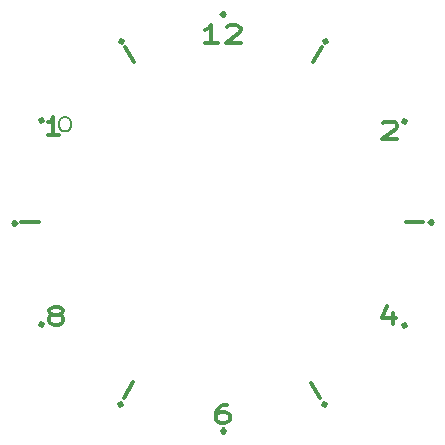
<source format=gbr>
%TF.GenerationSoftware,KiCad,Pcbnew,6.0.7-1.fc35*%
%TF.CreationDate,2022-11-04T20:07:34+01:00*%
%TF.ProjectId,Ring,52696e67-2e6b-4696-9361-645f70636258,rev?*%
%TF.SameCoordinates,Original*%
%TF.FileFunction,Soldermask,Top*%
%TF.FilePolarity,Negative*%
%FSLAX46Y46*%
G04 Gerber Fmt 4.6, Leading zero omitted, Abs format (unit mm)*
G04 Created by KiCad (PCBNEW 6.0.7-1.fc35) date 2022-11-04 20:07:34*
%MOMM*%
%LPD*%
G01*
G04 APERTURE LIST*
%ADD10C,0.250000*%
%ADD11C,0.300000*%
%ADD12C,0.200000*%
G04 APERTURE END LIST*
D10*
X168954128Y-95079400D02*
X168763652Y-95269876D01*
X168573176Y-95079400D01*
X168763652Y-94888923D01*
X168954128Y-95079400D01*
X168573176Y-95079400D01*
X166652820Y-103885714D02*
X166392625Y-103955433D01*
X166322906Y-103695238D01*
X166583101Y-103625518D01*
X166652820Y-103885714D01*
X166322906Y-103695238D01*
D11*
X150759047Y-79888571D02*
X149616190Y-79888571D01*
X150187619Y-79888571D02*
X150187619Y-78388571D01*
X149997142Y-78602857D01*
X149806666Y-78745714D01*
X149616190Y-78817142D01*
X151520952Y-78531428D02*
X151616190Y-78460000D01*
X151806666Y-78388571D01*
X152282857Y-78388571D01*
X152473333Y-78460000D01*
X152568571Y-78531428D01*
X152663809Y-78674285D01*
X152663809Y-78817142D01*
X152568571Y-79031428D01*
X151425714Y-79888571D01*
X152663809Y-79888571D01*
X166651428Y-95100000D02*
X168151428Y-95100000D01*
X164748571Y-86701428D02*
X164843809Y-86630000D01*
X165034285Y-86558571D01*
X165510476Y-86558571D01*
X165700952Y-86630000D01*
X165796190Y-86701428D01*
X165891428Y-86844285D01*
X165891428Y-86987142D01*
X165796190Y-87201428D01*
X164653333Y-88058571D01*
X165891428Y-88058571D01*
D10*
X159818914Y-110641720D02*
X159558718Y-110572001D01*
X159628438Y-110311806D01*
X159888633Y-110381525D01*
X159818914Y-110641720D01*
X159628438Y-110311806D01*
D11*
X135588571Y-95100000D02*
X134088571Y-95100000D01*
X137305714Y-87698571D02*
X136334285Y-87698571D01*
X136820000Y-87698571D02*
X136820000Y-86198571D01*
X136658095Y-86412857D01*
X136496190Y-86555714D01*
X136334285Y-86627142D01*
X143619285Y-81507660D02*
X142869285Y-80208621D01*
X136849523Y-102901428D02*
X136659047Y-102830000D01*
X136563809Y-102758571D01*
X136468571Y-102615714D01*
X136468571Y-102544285D01*
X136563809Y-102401428D01*
X136659047Y-102330000D01*
X136849523Y-102258571D01*
X137230476Y-102258571D01*
X137420952Y-102330000D01*
X137516190Y-102401428D01*
X137611428Y-102544285D01*
X137611428Y-102615714D01*
X137516190Y-102758571D01*
X137420952Y-102830000D01*
X137230476Y-102901428D01*
X136849523Y-102901428D01*
X136659047Y-102972857D01*
X136563809Y-103044285D01*
X136468571Y-103187142D01*
X136468571Y-103472857D01*
X136563809Y-103615714D01*
X136659047Y-103687142D01*
X136849523Y-103758571D01*
X137230476Y-103758571D01*
X137420952Y-103687142D01*
X137516190Y-103615714D01*
X137611428Y-103472857D01*
X137611428Y-103187142D01*
X137516190Y-103044285D01*
X137420952Y-102972857D01*
X137230476Y-102901428D01*
D10*
X133698928Y-95130200D02*
X133508452Y-95320676D01*
X133317976Y-95130200D01*
X133508452Y-94939723D01*
X133698928Y-95130200D01*
X133317976Y-95130200D01*
X135627179Y-86314285D02*
X135887374Y-86244566D01*
X135957093Y-86504761D01*
X135696898Y-86574481D01*
X135627179Y-86314285D01*
X135957093Y-86504761D01*
D12*
X137719047Y-86172857D02*
X137880952Y-86172857D01*
X138042857Y-86230000D01*
X138123809Y-86287142D01*
X138204761Y-86401428D01*
X138285714Y-86630000D01*
X138285714Y-86915714D01*
X138204761Y-87144285D01*
X138123809Y-87258571D01*
X138042857Y-87315714D01*
X137880952Y-87372857D01*
X137719047Y-87372857D01*
X137557142Y-87315714D01*
X137476190Y-87258571D01*
X137395238Y-87144285D01*
X137314285Y-86915714D01*
X137314285Y-86630000D01*
X137395238Y-86401428D01*
X137476190Y-86287142D01*
X137557142Y-86230000D01*
X137719047Y-86172857D01*
D10*
X142461085Y-79558279D02*
X142721281Y-79627998D01*
X142651561Y-79888193D01*
X142391366Y-79818474D01*
X142461085Y-79558279D01*
X142651561Y-79888193D01*
X151140000Y-77268571D02*
X151330476Y-77459047D01*
X151140000Y-77649523D01*
X150949523Y-77459047D01*
X151140000Y-77268571D01*
X151140000Y-77649523D01*
X135598279Y-103778914D02*
X135667998Y-103518718D01*
X135928193Y-103588438D01*
X135858474Y-103848633D01*
X135598279Y-103778914D01*
X135928193Y-103588438D01*
D11*
X158650714Y-108692339D02*
X159400714Y-109991378D01*
X143519285Y-108632339D02*
X142769285Y-109931378D01*
D10*
X142354285Y-110612820D02*
X142284566Y-110352625D01*
X142544761Y-110282906D01*
X142614481Y-110543101D01*
X142354285Y-110612820D01*
X142544761Y-110282906D01*
X151165400Y-112536471D02*
X151355876Y-112726947D01*
X151165400Y-112917423D01*
X150974923Y-112726947D01*
X151165400Y-112536471D01*
X151165400Y-112917423D01*
D11*
X158780714Y-81517660D02*
X159530714Y-80218621D01*
X165570952Y-102728571D02*
X165570952Y-103728571D01*
X165094761Y-102157142D02*
X164618571Y-103228571D01*
X165856666Y-103228571D01*
D10*
X159925714Y-79587179D02*
X159995433Y-79847374D01*
X159735238Y-79917093D01*
X159665518Y-79656898D01*
X159925714Y-79587179D01*
X159735238Y-79917093D01*
X166681720Y-86421085D02*
X166612001Y-86681281D01*
X166351806Y-86611561D01*
X166421525Y-86351366D01*
X166681720Y-86421085D01*
X166351806Y-86611561D01*
D11*
X151550952Y-110578571D02*
X151170000Y-110578571D01*
X150979523Y-110650000D01*
X150884285Y-110721428D01*
X150693809Y-110935714D01*
X150598571Y-111221428D01*
X150598571Y-111792857D01*
X150693809Y-111935714D01*
X150789047Y-112007142D01*
X150979523Y-112078571D01*
X151360476Y-112078571D01*
X151550952Y-112007142D01*
X151646190Y-111935714D01*
X151741428Y-111792857D01*
X151741428Y-111435714D01*
X151646190Y-111292857D01*
X151550952Y-111221428D01*
X151360476Y-111150000D01*
X150979523Y-111150000D01*
X150789047Y-111221428D01*
X150693809Y-111292857D01*
X150598571Y-111435714D01*
M02*

</source>
